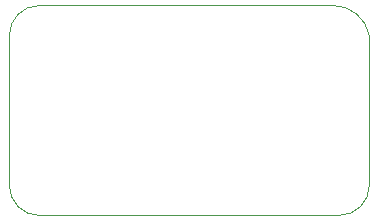
<source format=gbr>
%TF.GenerationSoftware,KiCad,Pcbnew,(6.0.9)*%
%TF.CreationDate,2022-11-11T15:07:43-08:00*%
%TF.ProjectId,StemmaG0,5374656d-6d61-4473-902e-6b696361645f,rev?*%
%TF.SameCoordinates,Original*%
%TF.FileFunction,Profile,NP*%
%FSLAX46Y46*%
G04 Gerber Fmt 4.6, Leading zero omitted, Abs format (unit mm)*
G04 Created by KiCad (PCBNEW (6.0.9)) date 2022-11-11 15:07:43*
%MOMM*%
%LPD*%
G01*
G04 APERTURE LIST*
%TA.AperFunction,Profile*%
%ADD10C,0.050000*%
%TD*%
G04 APERTURE END LIST*
D10*
X25400000Y-2540000D02*
G75*
G03*
X27940000Y0I0J2540000D01*
G01*
X-2540000Y0D02*
G75*
G03*
X0Y-2540000I2540000J0D01*
G01*
X0Y-2540000D02*
X25400000Y-2540000D01*
X24873949Y15240000D02*
X0Y15240000D01*
X27939932Y12699987D02*
G75*
G03*
X24873949Y15240000I-3066032J-580487D01*
G01*
X27940000Y0D02*
X27940000Y12700000D01*
X-2540000Y12700000D02*
X-2540000Y0D01*
X0Y15240000D02*
G75*
G03*
X-2540000Y12700000I0J-2540000D01*
G01*
M02*

</source>
